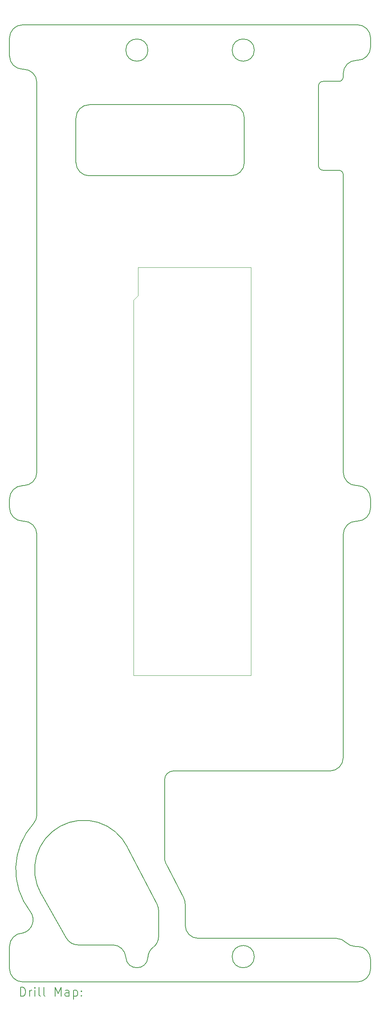
<source format=gbr>
%TF.GenerationSoftware,KiCad,Pcbnew,9.0.1*%
%TF.CreationDate,2025-04-26T11:32:12-07:00*%
%TF.ProjectId,Coil_Panel_XY,436f696c-5f50-4616-9e65-6c5f58592e6b,2.2*%
%TF.SameCoordinates,Original*%
%TF.FileFunction,Drillmap*%
%TF.FilePolarity,Positive*%
%FSLAX45Y45*%
G04 Gerber Fmt 4.5, Leading zero omitted, Abs format (unit mm)*
G04 Created by KiCad (PCBNEW 9.0.1) date 2025-04-26 11:32:12*
%MOMM*%
%LPD*%
G01*
G04 APERTURE LIST*
%ADD10C,0.200000*%
%ADD11C,0.100000*%
G04 APERTURE END LIST*
D10*
X3300000Y-13175000D02*
X3317500Y-13175000D01*
X3469229Y-21964624D02*
G75*
G02*
X3539605Y-19986073I1205774J947638D01*
G01*
D11*
X5800000Y-16650000D02*
X8450000Y-16650000D01*
D10*
X3317500Y-13175000D02*
G75*
G02*
X3617500Y-13475000I0J-300000D01*
G01*
X3617500Y-13475000D02*
X3617500Y-19800000D01*
X10532500Y-3100000D02*
G75*
G02*
X10832500Y-2800000I300000J0D01*
G01*
X8525000Y-22980000D02*
G75*
G02*
X8025000Y-22980000I-250000J0D01*
G01*
X8025000Y-22980000D02*
G75*
G02*
X8525000Y-22980000I250000J0D01*
G01*
X3300000Y-3000000D02*
G75*
G02*
X3000000Y-2700000I0J300000D01*
G01*
X8300000Y-4100000D02*
X8300000Y-5100000D01*
X10832500Y-2800000D02*
X10850000Y-2800000D01*
X4800000Y-5400000D02*
G75*
G02*
X4500000Y-5100000I0J300000D01*
G01*
X3300000Y-13175000D02*
G75*
G02*
X3000000Y-12875000I0J300000D01*
G01*
X10832500Y-12375000D02*
G75*
G02*
X10532500Y-12075000I0J300000D01*
G01*
X3617500Y-12075000D02*
G75*
G02*
X3317500Y-12375000I-300000J0D01*
G01*
X11150000Y-12875000D02*
X11150000Y-12675000D01*
X3000000Y-12675000D02*
X3000000Y-12875000D01*
X4500000Y-5100000D02*
X4500000Y-4100000D01*
X3317500Y-12375000D02*
X3300000Y-12375000D01*
X3317500Y-3000000D02*
G75*
G02*
X3617500Y-3300000I0J-300000D01*
G01*
X10850000Y-12375000D02*
G75*
G02*
X11150000Y-12675000I0J-300000D01*
G01*
X3000000Y-22750000D02*
X3000000Y-23250000D01*
X3000000Y-12675000D02*
G75*
G02*
X3300000Y-12375000I300000J0D01*
G01*
X11150000Y-12875000D02*
G75*
G02*
X10850000Y-13175000I-300000J0D01*
G01*
X10532500Y-12075000D02*
X10532500Y-5375000D01*
X10532500Y-13475000D02*
G75*
G02*
X10832500Y-13175000I300000J0D01*
G01*
X10432500Y-5275000D02*
X10075000Y-5275000D01*
X10075000Y-5275000D02*
G75*
G02*
X9975000Y-5175000I0J100000D01*
G01*
X8000000Y-3800000D02*
G75*
G02*
X8300000Y-4100000I0J-300000D01*
G01*
D11*
X8450000Y-7460000D02*
X5900000Y-7460000D01*
D10*
X3000000Y-2300000D02*
G75*
G02*
X3300000Y-2000000I300000J0D01*
G01*
X6365000Y-21943583D02*
X6365000Y-22528990D01*
X11150000Y-23250000D02*
G75*
G02*
X10850000Y-23550000I-300000J0D01*
G01*
D11*
X8450000Y-7460000D02*
X8450000Y-16650000D01*
D10*
X10832500Y-13175000D02*
X10850000Y-13175000D01*
X10850000Y-2000000D02*
G75*
G02*
X11150000Y-2300000I0J-300000D01*
G01*
X10432500Y-5275000D02*
G75*
G02*
X10532500Y-5375000I0J-100000D01*
G01*
X10075000Y-3275000D02*
X10432500Y-3275000D01*
X3617500Y-3300000D02*
X3617500Y-12075000D01*
X10380000Y-22570000D02*
G75*
G02*
X10595034Y-22662387I-1310J-299490D01*
G01*
X10532500Y-3175000D02*
X10532500Y-3100000D01*
X6931375Y-21659386D02*
G75*
G02*
X6964999Y-21800000I-265745J-137874D01*
G01*
X6365000Y-22528990D02*
G75*
G02*
X6244602Y-22769288I-300000J0D01*
G01*
X4544028Y-22715486D02*
G75*
G02*
X4283610Y-22564415I2J299996D01*
G01*
X6500000Y-20750000D02*
X6500000Y-19000000D01*
X10850000Y-22750000D02*
G75*
G02*
X11150000Y-23050000I0J-300000D01*
G01*
X4283606Y-22564417D02*
X3713209Y-21567021D01*
X10850000Y-12375000D02*
X10832500Y-12375000D01*
X6124638Y-22993448D02*
G75*
G02*
X5625521Y-22996130I-249638J13451D01*
G01*
X8300000Y-5100000D02*
G75*
G02*
X8000000Y-5400000I-300000J0D01*
G01*
X4800000Y-3800000D02*
X8000000Y-3800000D01*
X3300000Y-23550000D02*
G75*
G02*
X3000000Y-23250000I0J300000D01*
G01*
X11150000Y-2500000D02*
G75*
G02*
X10850000Y-2800000I-300000J0D01*
G01*
X5326146Y-22715486D02*
G75*
G02*
X5625520Y-22996130I4J-299994D01*
G01*
X10800000Y-22750000D02*
G75*
G02*
X10595034Y-22662387I8900J304380D01*
G01*
X6124638Y-22993448D02*
G75*
G02*
X6244600Y-22769285I299582J-16142D01*
G01*
X10380000Y-22570000D02*
X7265000Y-22570000D01*
X6965000Y-22270000D02*
X6965000Y-21800000D01*
X9975000Y-5175000D02*
X9975000Y-3375000D01*
D11*
X5900000Y-7460000D02*
X5900000Y-8100000D01*
X5800000Y-8200000D02*
X5800000Y-16650000D01*
D10*
X8525000Y-2570000D02*
G75*
G02*
X8025000Y-2570000I-250000J0D01*
G01*
X8025000Y-2570000D02*
G75*
G02*
X8525000Y-2570000I250000J0D01*
G01*
X3617500Y-19800000D02*
G75*
G02*
X3539606Y-19986074I-303260J17610D01*
G01*
X5326146Y-22715486D02*
X4544028Y-22715486D01*
X10850000Y-22750000D02*
X10800000Y-22750000D01*
X4500000Y-4100000D02*
G75*
G02*
X4800000Y-3800000I300000J0D01*
G01*
X5658777Y-20507316D02*
X6331375Y-21805581D01*
X7265000Y-22570000D02*
G75*
G02*
X6965000Y-22270000I0J300000D01*
G01*
X10850000Y-2000000D02*
X3300000Y-2000000D01*
X3000000Y-2300000D02*
X3000000Y-2700000D01*
X3713209Y-21567021D02*
G75*
G02*
X5658778Y-20507316I961792J550034D01*
G01*
X6700000Y-18800000D02*
X10232500Y-18800000D01*
X3300000Y-23550000D02*
X10850000Y-23550000D01*
X10532500Y-3175000D02*
G75*
G02*
X10432500Y-3275000I-100000J0D01*
G01*
X6931375Y-21659386D02*
X6533625Y-20891640D01*
X9975000Y-3375000D02*
G75*
G02*
X10075000Y-3275000I100000J0D01*
G01*
X3300000Y-3000000D02*
X3317500Y-3000000D01*
X6533625Y-20891640D02*
G75*
G02*
X6499998Y-20750000I266745J138140D01*
G01*
X3469229Y-21964624D02*
G75*
G02*
X3300000Y-22450000I-245330J-186654D01*
G01*
X3000000Y-22750000D02*
G75*
G02*
X3300000Y-22450000I300000J0D01*
G01*
X10532500Y-18500000D02*
X10532500Y-13475000D01*
D11*
X5900000Y-8100000D02*
X5800000Y-8200000D01*
D10*
X10532500Y-18500000D02*
G75*
G02*
X10232500Y-18800000I-300000J0D01*
G01*
X11150000Y-2500000D02*
X11150000Y-2300000D01*
X6125000Y-2570000D02*
G75*
G02*
X5625000Y-2570000I-250000J0D01*
G01*
X5625000Y-2570000D02*
G75*
G02*
X6125000Y-2570000I250000J0D01*
G01*
X11150000Y-23250000D02*
X11150000Y-23050000D01*
X6500000Y-19000000D02*
G75*
G02*
X6700000Y-18800000I200000J0D01*
G01*
X6331375Y-21805581D02*
G75*
G02*
X6365001Y-21943583I-266435J-138019D01*
G01*
X8000000Y-5400000D02*
X4800000Y-5400000D01*
X3250777Y-23871484D02*
X3250777Y-23671484D01*
X3250777Y-23671484D02*
X3298396Y-23671484D01*
X3298396Y-23671484D02*
X3326967Y-23681008D01*
X3326967Y-23681008D02*
X3346015Y-23700055D01*
X3346015Y-23700055D02*
X3355539Y-23719103D01*
X3355539Y-23719103D02*
X3365062Y-23757198D01*
X3365062Y-23757198D02*
X3365062Y-23785769D01*
X3365062Y-23785769D02*
X3355539Y-23823865D01*
X3355539Y-23823865D02*
X3346015Y-23842912D01*
X3346015Y-23842912D02*
X3326967Y-23861960D01*
X3326967Y-23861960D02*
X3298396Y-23871484D01*
X3298396Y-23871484D02*
X3250777Y-23871484D01*
X3450777Y-23871484D02*
X3450777Y-23738150D01*
X3450777Y-23776246D02*
X3460301Y-23757198D01*
X3460301Y-23757198D02*
X3469824Y-23747674D01*
X3469824Y-23747674D02*
X3488872Y-23738150D01*
X3488872Y-23738150D02*
X3507920Y-23738150D01*
X3574586Y-23871484D02*
X3574586Y-23738150D01*
X3574586Y-23671484D02*
X3565062Y-23681008D01*
X3565062Y-23681008D02*
X3574586Y-23690531D01*
X3574586Y-23690531D02*
X3584110Y-23681008D01*
X3584110Y-23681008D02*
X3574586Y-23671484D01*
X3574586Y-23671484D02*
X3574586Y-23690531D01*
X3698396Y-23871484D02*
X3679348Y-23861960D01*
X3679348Y-23861960D02*
X3669824Y-23842912D01*
X3669824Y-23842912D02*
X3669824Y-23671484D01*
X3803158Y-23871484D02*
X3784110Y-23861960D01*
X3784110Y-23861960D02*
X3774586Y-23842912D01*
X3774586Y-23842912D02*
X3774586Y-23671484D01*
X4031729Y-23871484D02*
X4031729Y-23671484D01*
X4031729Y-23671484D02*
X4098396Y-23814341D01*
X4098396Y-23814341D02*
X4165062Y-23671484D01*
X4165062Y-23671484D02*
X4165062Y-23871484D01*
X4346015Y-23871484D02*
X4346015Y-23766722D01*
X4346015Y-23766722D02*
X4336491Y-23747674D01*
X4336491Y-23747674D02*
X4317444Y-23738150D01*
X4317444Y-23738150D02*
X4279348Y-23738150D01*
X4279348Y-23738150D02*
X4260301Y-23747674D01*
X4346015Y-23861960D02*
X4326967Y-23871484D01*
X4326967Y-23871484D02*
X4279348Y-23871484D01*
X4279348Y-23871484D02*
X4260301Y-23861960D01*
X4260301Y-23861960D02*
X4250777Y-23842912D01*
X4250777Y-23842912D02*
X4250777Y-23823865D01*
X4250777Y-23823865D02*
X4260301Y-23804817D01*
X4260301Y-23804817D02*
X4279348Y-23795293D01*
X4279348Y-23795293D02*
X4326967Y-23795293D01*
X4326967Y-23795293D02*
X4346015Y-23785769D01*
X4441253Y-23738150D02*
X4441253Y-23938150D01*
X4441253Y-23747674D02*
X4460301Y-23738150D01*
X4460301Y-23738150D02*
X4498396Y-23738150D01*
X4498396Y-23738150D02*
X4517444Y-23747674D01*
X4517444Y-23747674D02*
X4526967Y-23757198D01*
X4526967Y-23757198D02*
X4536491Y-23776246D01*
X4536491Y-23776246D02*
X4536491Y-23833388D01*
X4536491Y-23833388D02*
X4526967Y-23852436D01*
X4526967Y-23852436D02*
X4517444Y-23861960D01*
X4517444Y-23861960D02*
X4498396Y-23871484D01*
X4498396Y-23871484D02*
X4460301Y-23871484D01*
X4460301Y-23871484D02*
X4441253Y-23861960D01*
X4622205Y-23852436D02*
X4631729Y-23861960D01*
X4631729Y-23861960D02*
X4622205Y-23871484D01*
X4622205Y-23871484D02*
X4612682Y-23861960D01*
X4612682Y-23861960D02*
X4622205Y-23852436D01*
X4622205Y-23852436D02*
X4622205Y-23871484D01*
X4622205Y-23747674D02*
X4631729Y-23757198D01*
X4631729Y-23757198D02*
X4622205Y-23766722D01*
X4622205Y-23766722D02*
X4612682Y-23757198D01*
X4612682Y-23757198D02*
X4622205Y-23747674D01*
X4622205Y-23747674D02*
X4622205Y-23766722D01*
M02*

</source>
